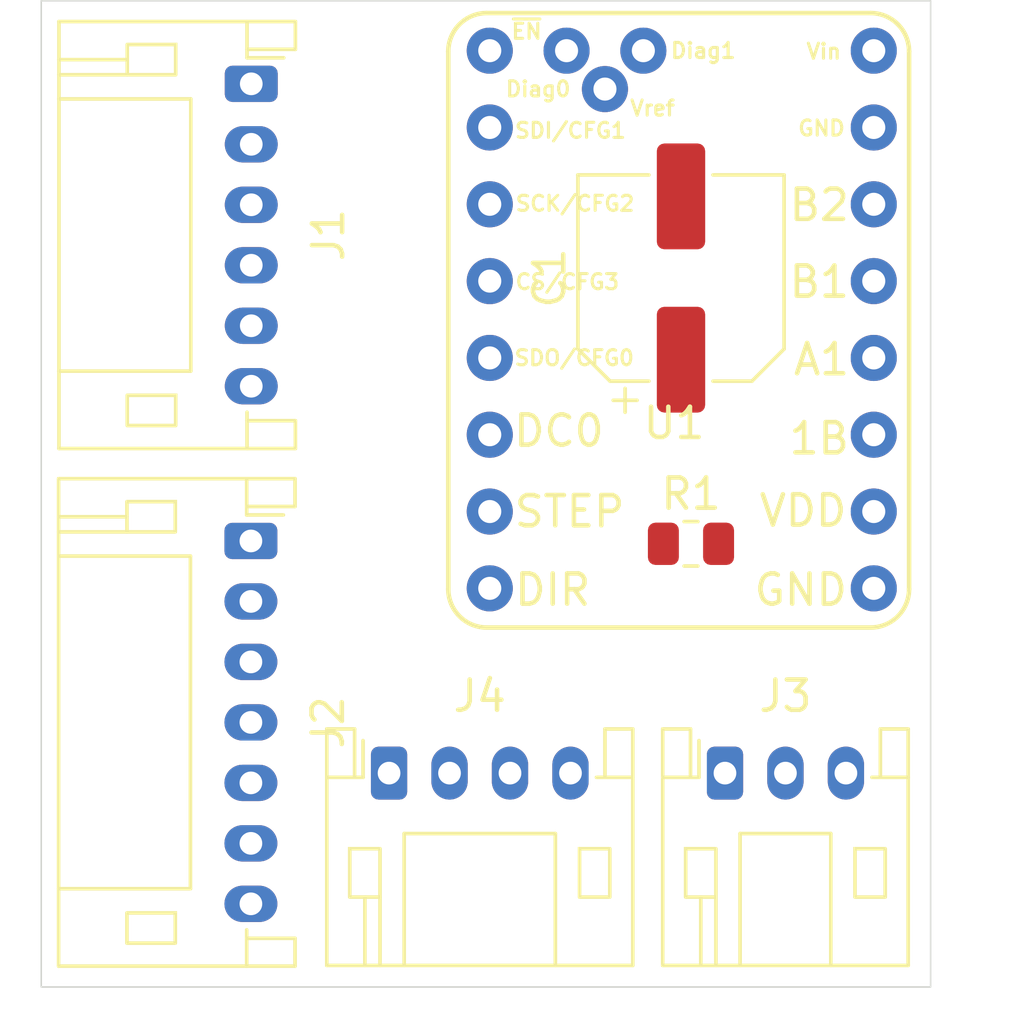
<source format=kicad_pcb>
(kicad_pcb (version 20241229) (generator "pcbnew") (generator_version "9.0")
  (layers (0 "F.Cu" signal) (2 "B.Cu" signal) (13 "F.Paste" user) (15 "B.Paste" user) (5 "F.SilkS" user "F.Silkscreen") (7 "B.SilkS" user "B.Silkscreen") (1 "F.Mask" user) (3 "B.Mask" user) (25 "Edge.Cuts" user))
  (net 0 "")
  (net 2 "/DIR")
  (net 3 "/STEP")
  (net 7 "/3v3")
  (net 8 "/MISO")
  (net 9 "/Vin")
  (net 10 "/SCK")
  (net 12 "/MOSI")
  (net 13 "/GND")
  (net 15 "/STALLGUARD")
  (net 17 "/1B")
  (net 18 "/1A")
  (net 19 "/2A")
  (net 20 "/2B")
  (net 21 "/CS")
  (footprint "Capacitor_SMD:CP_Elec_6.3x5.7" (layer "F.Cu") (at 131.191 93.0148 90)
    (property "Reference" "C1" (at 0 -4.35 90) (layer "F.SilkS"))
    (property "Value" "47u")
    (fp_line (start 3.41 -3.41) (end 3.41 -1.06) (stroke (width 0.12)) (layer "F.SilkS"))
    (fp_line (start -2.345563 -3.41) (end 3.41 -3.41) (stroke (width 0.12)) (layer "F.SilkS"))
    (fp_line (start -3.41 -2.345563) (end -2.345563 -3.41) (stroke (width 0.12)) (layer "F.SilkS"))
    (fp_line (start -3.41 -2.345563) (end -3.41 -1.06) (stroke (width 0.12)) (layer "F.SilkS"))
    (fp_line (start -4.04375 -2.24125) (end -4.04375 -1.45375) (stroke (width 0.12)) (layer "F.SilkS"))
    (fp_line (start -4.4375 -1.8475) (end -3.65 -1.8475) (stroke (width 0.12)) (layer "F.SilkS"))
    (fp_line (start -3.41 2.345563) (end -3.41 1.06) (stroke (width 0.12)) (layer "F.SilkS"))
    (fp_line (start -3.41 2.345563) (end -2.345563 3.41) (stroke (width 0.12)) (layer "F.SilkS"))
    (fp_line (start 3.41 3.41) (end 3.41 1.06) (stroke (width 0.12)) (layer "F.SilkS"))
    (fp_line (start -2.345563 3.41) (end 3.41 3.41) (stroke (width 0.12)) (layer "F.SilkS"))
    (pad "1" smd roundrect (at -2.7 0 90) (size 3.5 1.6) (layers "F.Cu" "F.Mask" "F.Paste") (roundrect_rratio 0.15625) (net 9 "/Vin"))
    (pad "2" smd roundrect (at 2.7 0 90) (size 3.5 1.6) (layers "F.Cu" "F.Mask" "F.Paste") (roundrect_rratio 0.15625) (net 13 "/GND"))
  )
  (footprint "Connector_JST:JST_PH_S6B-PH-K_1x06_P2.00mm_Horizontal" (layer "F.Cu") (at 116.9786 86.5924 -90)
    (property "Reference" "J1" (at 5 -2.55 90) (layer "F.SilkS"))
    (property "Value" "Conn_01x06_Socket")
    (fp_line (start -2.06 6.36) (end 12.06 6.36) (stroke (width 0.12)) (layer "F.SilkS"))
    (fp_line (start 0.5 6.36) (end 0.5 2) (stroke (width 0.12)) (layer "F.SilkS"))
    (fp_line (start 12.06 6.36) (end 12.06 -1.46) (stroke (width 0.12)) (layer "F.SilkS"))
    (fp_line (start -0.8 4.1) (end -0.8 6.36) (stroke (width 0.12)) (layer "F.SilkS"))
    (fp_line (start -0.3 4.1) (end -0.3 6.36) (stroke (width 0.12)) (layer "F.SilkS"))
    (fp_line (start 0.5 2) (end 9.5 2) (stroke (width 0.12)) (layer "F.SilkS"))
    (fp_line (start 9.5 2) (end 9.5 6.36) (stroke (width 0.12)) (layer "F.SilkS"))
    (fp_line (start -2.06 0.14) (end -1.14 0.14) (stroke (width 0.12)) (layer "F.SilkS"))
    (fp_line (start -1.14 0.14) (end -1.14 -1.46) (stroke (width 0.12)) (layer "F.SilkS"))
    (fp_line (start -0.86 0.14) (end -1.14 0.14) (stroke (width 0.12)) (layer "F.SilkS"))
    (fp_line (start -0.86 0.14) (end -0.86 -1.075) (stroke (width 0.12)) (layer "F.SilkS"))
    (fp_line (start 11.14 0.14) (end 10.86 0.14) (stroke (width 0.12)) (layer "F.SilkS"))
    (fp_line (start 12.06 0.14) (end 11.14 0.14) (stroke (width 0.12)) (layer "F.SilkS"))
    (fp_line (start -2.06 -1.46) (end -2.06 6.36) (stroke (width 0.12)) (layer "F.SilkS"))
    (fp_line (start -1.14 -1.46) (end -2.06 -1.46) (stroke (width 0.12)) (layer "F.SilkS"))
    (fp_line (start 11.14 -1.46) (end 11.14 0.14) (stroke (width 0.12)) (layer "F.SilkS"))
    (fp_line (start 12.06 -1.46) (end 11.14 -1.46) (stroke (width 0.12)) (layer "F.SilkS"))
    (fp_rect (start -1.3 2.5) (end -0.3 4.1) (stroke (width 0.12)) (fill no) (layer "F.SilkS"))
    (fp_rect (start 10.3 2.5) (end 11.3 4.1) (stroke (width 0.12)) (fill no) (layer "F.SilkS"))
    (pad "1" thru_hole roundrect (at 0 0 270) (size 1.2 1.75) (drill 0.75) (layers "*.Cu" "*.Mask") (roundrect_rratio 0.208333))
    (pad "2" thru_hole oval (at 2 0 270) (size 1.2 1.75) (drill 0.75) (layers "*.Cu" "*.Mask"))
    (pad "3" thru_hole oval (at 4 0 270) (size 1.2 1.75) (drill 0.75) (layers "*.Cu" "*.Mask"))
    (pad "4" thru_hole oval (at 6 0 270) (size 1.2 1.75) (drill 0.75) (layers "*.Cu" "*.Mask"))
    (pad "5" thru_hole oval (at 8 0 270) (size 1.2 1.75) (drill 0.75) (layers "*.Cu" "*.Mask") (net 3 "/STEP"))
    (pad "6" thru_hole oval (at 10 0 270) (size 1.2 1.75) (drill 0.75) (layers "*.Cu" "*.Mask") (net 2 "/DIR"))
  )
  (footprint "custom:StepstickTMCv2" (layer "F.Cu") (at 124.8664 85.4964)
    (property "Reference" "U1" (at 6.096 12.319 180) (layer "F.SilkS"))
    (property "Value" "TMC2130")
    (fp_line (start -1.3716 0.0254) (end -1.3716 17.8054) (stroke (width 0.15)) (layer "F.SilkS"))
    (fp_line (start 12.5984 -1.2446) (end -0.1016 -1.2446) (stroke (width 0.15)) (layer "F.SilkS"))
    (fp_line (start 12.5984 19.0754) (end -0.1016 19.0754) (stroke (width 0.15)) (layer "F.SilkS"))
    (fp_line (start 13.8684 17.8054) (end 13.8684 0.0254) (stroke (width 0.15)) (layer "F.SilkS"))
    (fp_arc (start -1.3716 0.0254) (mid -0.999626 -0.872626) (end -0.1016 -1.2446) (stroke (width 0.15)) (layer "F.SilkS"))
    (fp_arc (start -0.1016 19.0754) (mid -0.999626 18.703426) (end -1.3716 17.8054) (stroke (width 0.15)) (layer "F.SilkS"))
    (fp_arc (start 12.5984 -1.2446) (mid 13.496426 -0.872626) (end 13.8684 0.0254) (stroke (width 0.15)) (layer "F.SilkS"))
    (fp_arc (start 13.8684 17.8054) (mid 13.496426 18.703426) (end 12.5984 19.0754) (stroke (width 0.15)) (layer "F.SilkS"))
    (fp_text user "DC0" (at 2.286 12.573 180) (layer "F.SilkS"))
    (fp_text user "A1" (at 10.9728 10.2108 180) (layer "F.SilkS"))
    (fp_text user "Diag1" (at 7.0612 0 180) (layer "F.SilkS") (effects (font (size 0.5 0.5) (thickness 0.1))))
    (fp_text user "B2" (at 10.8966 5.1054 180) (layer "F.SilkS"))
    (fp_text user "Diag0" (at 1.6002 1.27 180) (layer "F.SilkS") (effects (font (size 0.5 0.5) (thickness 0.1))))
    (fp_text user "Vin" (at 11.049 0.0254 180) (layer "F.SilkS") (effects (font (size 0.5 0.5) (thickness 0.1))))
    (fp_text user "CS/CFG3" (at 2.5654 7.6454 180) (layer "F.SilkS") (effects (font (size 0.5 0.5) (thickness 0.1))))
    (fp_text user "SDO/CFG0" (at 2.794 10.16 180) (layer "F.SilkS") (effects (font (size 0.5 0.5) (thickness 0.1))))
    (fp_text user "VDD" (at 10.3632 15.2146 180) (layer "F.SilkS"))
    (fp_text user "GND" (at 10.9728 2.5654 180) (layer "F.SilkS") (effects (font (size 0.5 0.5) (thickness 0.1))))
    (fp_text user "1B" (at 10.8966 12.827 180) (layer "F.SilkS"))
    (fp_text user "~{EN}" (at 1.2192 -0.635 180) (layer "F.SilkS") (effects (font (size 0.5 0.5) (thickness 0.1))))
    (fp_text user "GND" (at 10.287 17.8308 180) (layer "F.SilkS"))
    (fp_text user "STEP" (at 2.6416 15.24 180) (layer "F.SilkS"))
    (fp_text user "DIR" (at 2.0828 17.8308 180) (layer "F.SilkS"))
    (fp_text user "Vref" (at 5.3848 1.905 180) (layer "F.SilkS") (effects (font (size 0.5 0.5) (thickness 0.1))))
    (fp_text user "SCK/CFG2" (at 2.8194 5.0546 0) (layer "F.SilkS") (effects (font (size 0.5 0.5) (thickness 0.1))))
    (fp_text user "SDI/CFG1" (at 2.667 2.6416 180) (layer "F.SilkS") (effects (font (size 0.5 0.5) (thickness 0.1))))
    (fp_text user "B1" (at 10.8966 7.6454 180) (layer "F.SilkS"))
    (pad "1" thru_hole circle (at 0 0 180) (size 1.524 1.524) (drill 0.762) (layers "*.Cu" "*.Mask") (net 13 "/GND"))
    (pad "2" thru_hole circle (at 0 2.54 180) (size 1.524 1.524) (drill 0.762) (layers "*.Cu" "*.Mask") (net 12 "/MOSI"))
    (pad "3" thru_hole circle (at 0 5.08 180) (size 1.524 1.524) (drill 0.762) (layers "*.Cu" "*.Mask") (net 10 "/SCK"))
    (pad "4" thru_hole circle (at 0 7.62 180) (size 1.524 1.524) (drill 0.762) (layers "*.Cu" "*.Mask") (net 21 "/CS"))
    (pad "5" thru_hole circle (at 0 10.16 180) (size 1.524 1.524) (drill 0.762) (layers "*.Cu" "*.Mask") (net 8 "/MISO"))
    (pad "6" thru_hole circle (at 0 12.7 180) (size 1.524 1.524) (drill 0.762) (layers "*.Cu" "*.Mask"))
    (pad "7" thru_hole circle (at 0 15.24 180) (size 1.524 1.524) (drill 0.762) (layers "*.Cu" "*.Mask") (net 3 "/STEP"))
    (pad "8" thru_hole circle (at 0 17.78 180) (size 1.524 1.524) (drill 0.762) (layers "*.Cu" "*.Mask") (net 2 "/DIR"))
    (pad "9" thru_hole circle (at 12.7 17.78 180) (size 1.524 1.524) (drill 0.762) (layers "*.Cu" "*.Mask") (net 13 "/GND"))
    (pad "10" thru_hole circle (at 12.7 15.24 180) (size 1.524 1.524) (drill 0.762) (layers "*.Cu" "*.Mask") (net 7 "/3v3"))
    (pad "11" thru_hole circle (at 12.7 12.7 180) (size 1.524 1.524) (drill 0.762) (layers "*.Cu" "*.Mask") (net 17 "/1B"))
    (pad "12" thru_hole circle (at 12.7 10.16 180) (size 1.524 1.524) (drill 0.762) (layers "*.Cu" "*.Mask") (net 18 "/1A"))
    (pad "13" thru_hole circle (at 12.7 7.62 180) (size 1.524 1.524) (drill 0.762) (layers "*.Cu" "*.Mask") (net 19 "/2A"))
    (pad "14" thru_hole circle (at 12.7 5.08 180) (size 1.524 1.524) (drill 0.762) (layers "*.Cu" "*.Mask") (net 20 "/2B"))
    (pad "15" thru_hole circle (at 12.7 2.54 180) (size 1.524 1.524) (drill 0.762) (layers "*.Cu" "*.Mask") (net 13 "/GND"))
    (pad "16" thru_hole circle (at 12.7 0 180) (size 1.524 1.524) (drill 0.762) (layers "*.Cu" "*.Mask") (net 9 "/Vin"))
    (pad "17" thru_hole circle (at 2.54 0 180) (size 1.524 1.524) (drill 0.762) (layers "*.Cu" "*.Mask"))
    (pad "18" thru_hole circle (at 5.08 0 180) (size 1.524 1.524) (drill 0.762) (layers "*.Cu" "*.Mask") (net 15 "/STALLGUARD"))
    (pad "19" thru_hole circle (at 3.81 1.27 180) (size 1.524 1.524) (drill 0.762) (layers "*.Cu" "*.Mask"))
  )
  (footprint "Connector_JST:JST_PH_S3B-PH-K_1x03_P2.00mm_Horizontal" (layer "F.Cu") (at 132.6454 109.3862)
    (property "Reference" "J3" (at 2 -2.55 0) (layer "F.SilkS"))
    (property "Value" "Conn_01x03_Socket")
    (fp_line (start -2.06 -1.46) (end -2.06 6.36) (stroke (width 0.12)) (layer "F.SilkS"))
    (fp_line (start -2.06 0.14) (end -1.14 0.14) (stroke (width 0.12)) (layer "F.SilkS"))
    (fp_line (start -2.06 6.36) (end 6.06 6.36) (stroke (width 0.12)) (layer "F.SilkS"))
    (fp_line (start -1.14 -1.46) (end -2.06 -1.46) (stroke (width 0.12)) (layer "F.SilkS"))
    (fp_line (start -1.14 0.14) (end -1.14 -1.46) (stroke (width 0.12)) (layer "F.SilkS"))
    (fp_line (start -0.86 0.14) (end -1.14 0.14) (stroke (width 0.12)) (layer "F.SilkS"))
    (fp_line (start -0.86 0.14) (end -0.86 -1.075) (stroke (width 0.12)) (layer "F.SilkS"))
    (fp_line (start -0.8 4.1) (end -0.8 6.36) (stroke (width 0.12)) (layer "F.SilkS"))
    (fp_line (start -0.3 4.1) (end -0.3 6.36) (stroke (width 0.12)) (layer "F.SilkS"))
    (fp_line (start 0.5 2) (end 3.5 2) (stroke (width 0.12)) (layer "F.SilkS"))
    (fp_line (start 0.5 6.36) (end 0.5 2) (stroke (width 0.12)) (layer "F.SilkS"))
    (fp_line (start 3.5 2) (end 3.5 6.36) (stroke (width 0.12)) (layer "F.SilkS"))
    (fp_line (start 5.14 -1.46) (end 5.14 0.14) (stroke (width 0.12)) (layer "F.SilkS"))
    (fp_line (start 5.14 0.14) (end 4.86 0.14) (stroke (width 0.12)) (layer "F.SilkS"))
    (fp_line (start 6.06 -1.46) (end 5.14 -1.46) (stroke (width 0.12)) (layer "F.SilkS"))
    (fp_line (start 6.06 0.14) (end 5.14 0.14) (stroke (width 0.12)) (layer "F.SilkS"))
    (fp_line (start 6.06 6.36) (end 6.06 -1.46) (stroke (width 0.12)) (layer "F.SilkS"))
    (fp_rect (start -1.3 2.5) (end -0.3 4.1) (stroke (width 0.12)) (fill no) (layer "F.SilkS"))
    (fp_rect (start 4.3 2.5) (end 5.3 4.1) (stroke (width 0.12)) (fill no) (layer "F.SilkS"))
    (pad "1" thru_hole roundrect (at 0 0) (size 1.2 1.75) (drill 0.75) (layers "*.Cu" "*.Mask") (roundrect_rratio 0.208333))
    (pad "2" thru_hole oval (at 2 0) (size 1.2 1.75) (drill 0.75) (layers "*.Cu" "*.Mask") (net 15 "/STALLGUARD"))
    (pad "3" thru_hole oval (at 4 0) (size 1.2 1.75) (drill 0.75) (layers "*.Cu" "*.Mask"))
  )
  (footprint "Connector_JST:JST_PH_S7B-PH-K_1x07_P2.00mm_Horizontal" (layer "F.Cu") (at 116.967 101.7092 -90)
    (property "Reference" "J2" (at 6 -2.55 90) (layer "F.SilkS"))
    (property "Value" "Conn_01x07_Socket")
    (fp_line (start -2.06 6.36) (end 14.06 6.36) (stroke (width 0.12)) (layer "F.SilkS"))
    (fp_line (start 0.5 6.36) (end 0.5 2) (stroke (width 0.12)) (layer "F.SilkS"))
    (fp_line (start 14.06 6.36) (end 14.06 -1.46) (stroke (width 0.12)) (layer "F.SilkS"))
    (fp_line (start -0.8 4.1) (end -0.8 6.36) (stroke (width 0.12)) (layer "F.SilkS"))
    (fp_line (start -0.3 4.1) (end -0.3 6.36) (stroke (width 0.12)) (layer "F.SilkS"))
    (fp_line (start 0.5 2) (end 11.5 2) (stroke (width 0.12)) (layer "F.SilkS"))
    (fp_line (start 11.5 2) (end 11.5 6.36) (stroke (width 0.12)) (layer "F.SilkS"))
    (fp_line (start -2.06 0.14) (end -1.14 0.14) (stroke (width 0.12)) (layer "F.SilkS"))
    (fp_line (start -1.14 0.14) (end -1.14 -1.46) (stroke (width 0.12)) (layer "F.SilkS"))
    (fp_line (start -0.86 0.14) (end -1.14 0.14) (stroke (width 0.12)) (layer "F.SilkS"))
    (fp_line (start -0.86 0.14) (end -0.86 -1.075) (stroke (width 0.12)) (layer "F.SilkS"))
    (fp_line (start 13.14 0.14) (end 12.86 0.14) (stroke (width 0.12)) (layer "F.SilkS"))
    (fp_line (start 14.06 0.14) (end 13.14 0.14) (stroke (width 0.12)) (layer "F.SilkS"))
    (fp_line (start -2.06 -1.46) (end -2.06 6.36) (stroke (width 0.12)) (layer "F.SilkS"))
    (fp_line (start -1.14 -1.46) (end -2.06 -1.46) (stroke (width 0.12)) (layer "F.SilkS"))
    (fp_line (start 13.14 -1.46) (end 13.14 0.14) (stroke (width 0.12)) (layer "F.SilkS"))
    (fp_line (start 14.06 -1.46) (end 13.14 -1.46) (stroke (width 0.12)) (layer "F.SilkS"))
    (fp_rect (start -1.3 2.5) (end -0.3 4.1) (stroke (width 0.12)) (fill no) (layer "F.SilkS"))
    (fp_rect (start 12.3 2.5) (end 13.3 4.1) (stroke (width 0.12)) (fill no) (layer "F.SilkS"))
    (pad "1" thru_hole roundrect (at 0 0 270) (size 1.2 1.75) (drill 0.75) (layers "*.Cu" "*.Mask") (roundrect_rratio 0.208333) (net 9 "/Vin"))
    (pad "2" thru_hole oval (at 2 0 270) (size 1.2 1.75) (drill 0.75) (layers "*.Cu" "*.Mask") (net 7 "/3v3"))
    (pad "3" thru_hole oval (at 4 0 270) (size 1.2 1.75) (drill 0.75) (layers "*.Cu" "*.Mask"))
    (pad "4" thru_hole oval (at 6 0 270) (size 1.2 1.75) (drill 0.75) (layers "*.Cu" "*.Mask") (net 13 "/GND"))
    (pad "5" thru_hole oval (at 8 0 270) (size 1.2 1.75) (drill 0.75) (layers "*.Cu" "*.Mask") (net 12 "/MOSI"))
    (pad "6" thru_hole oval (at 10 0 270) (size 1.2 1.75) (drill 0.75) (layers "*.Cu" "*.Mask") (net 8 "/MISO"))
    (pad "7" thru_hole oval (at 12 0 270) (size 1.2 1.75) (drill 0.75) (layers "*.Cu" "*.Mask") (net 10 "/SCK"))
  )
  (footprint "Connector_JST:JST_PH_S4B-PH-K_1x04_P2.00mm_Horizontal" (layer "F.Cu") (at 121.5362 109.3862)
    (property "Reference" "J4" (at 3 -2.55 0) (layer "F.SilkS"))
    (property "Value" "Conn_01x04_Socket")
    (fp_line (start -2.06 -1.46) (end -2.06 6.36) (stroke (width 0.12)) (layer "F.SilkS"))
    (fp_line (start -2.06 0.14) (end -1.14 0.14) (stroke (width 0.12)) (layer "F.SilkS"))
    (fp_line (start -2.06 6.36) (end 8.06 6.36) (stroke (width 0.12)) (layer "F.SilkS"))
    (fp_line (start -1.14 -1.46) (end -2.06 -1.46) (stroke (width 0.12)) (layer "F.SilkS"))
    (fp_line (start -1.14 0.14) (end -1.14 -1.46) (stroke (width 0.12)) (layer "F.SilkS"))
    (fp_line (start -0.86 0.14) (end -1.14 0.14) (stroke (width 0.12)) (layer "F.SilkS"))
    (fp_line (start -0.86 0.14) (end -0.86 -1.075) (stroke (width 0.12)) (layer "F.SilkS"))
    (fp_line (start -0.8 4.1) (end -0.8 6.36) (stroke (width 0.12)) (layer "F.SilkS"))
    (fp_line (start -0.3 4.1) (end -0.3 6.36) (stroke (width 0.12)) (layer "F.SilkS"))
    (fp_line (start 0.5 2) (end 5.5 2) (stroke (width 0.12)) (layer "F.SilkS"))
    (fp_line (start 0.5 6.36) (end 0.5 2) (stroke (width 0.12)) (layer "F.SilkS"))
    (fp_line (start 5.5 2) (end 5.5 6.36) (stroke (width 0.12)) (layer "F.SilkS"))
    (fp_line (start 7.14 -1.46) (end 7.14 0.14) (stroke (width 0.12)) (layer "F.SilkS"))
    (fp_line (start 7.14 0.14) (end 6.86 0.14) (stroke (width 0.12)) (layer "F.SilkS"))
    (fp_line (start 8.06 -1.46) (end 7.14 -1.46) (stroke (width 0.12)) (layer "F.SilkS"))
    (fp_line (start 8.06 0.14) (end 7.14 0.14) (stroke (width 0.12)) (layer "F.SilkS"))
    (fp_line (start 8.06 6.36) (end 8.06 -1.46) (stroke (width 0.12)) (layer "F.SilkS"))
    (fp_rect (start -1.3 2.5) (end -0.3 4.1) (stroke (width 0.12)) (fill no) (layer "F.SilkS"))
    (fp_rect (start 6.3 2.5) (end 7.3 4.1) (stroke (width 0.12)) (fill no) (layer "F.SilkS"))
    (pad "1" thru_hole roundrect (at 0 0) (size 1.2 1.75) (drill 0.75) (layers "*.Cu" "*.Mask") (roundrect_rratio 0.208333) (net 20 "/2B"))
    (pad "2" thru_hole oval (at 2 0) (size 1.2 1.75) (drill 0.75) (layers "*.Cu" "*.Mask") (net 19 "/2A"))
    (pad "3" thru_hole oval (at 4 0) (size 1.2 1.75) (drill 0.75) (layers "*.Cu" "*.Mask") (net 18 "/1A"))
    (pad "4" thru_hole oval (at 6 0) (size 1.2 1.75) (drill 0.75) (layers "*.Cu" "*.Mask") (net 17 "/1B"))
  )
  (footprint "Resistor_SMD:R_0805_2012Metric" (layer "F.Cu") (at 131.5212 101.8032)
    (property "Reference" "R1" (at 0 -1.65 0) (layer "F.SilkS"))
    (property "Value" "R")
    (fp_line (start -0.227064 -0.735) (end 0.227064 -0.735) (stroke (width 0.12)) (layer "F.SilkS"))
    (fp_line (start -0.227064 0.735) (end 0.227064 0.735) (stroke (width 0.12)) (layer "F.SilkS"))
    (pad "1" smd roundrect (at -0.9125 0) (size 1.025 1.4) (layers "F.Cu" "F.Mask" "F.Paste") (roundrect_rratio 0.243902) (net 9 "/Vin"))
    (pad "2" smd roundrect (at 0.9125 0) (size 1.025 1.4) (layers "F.Cu" "F.Mask" "F.Paste") (roundrect_rratio 0.243902) (net 15 "/STALLGUARD"))
  )
  (gr_rect (start 110.0328 83.8454) (end 139.446 116.459) (stroke (width 0.05)) (fill no) (layer "Edge.Cuts"))
)
</source>
